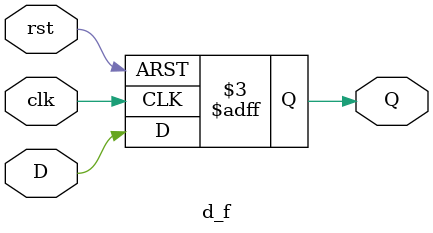
<source format=v>
`timescale 1ns / 1ps
module d_f(Q,D,clk,rst);
input D,clk,rst;
output reg Q;
always @(posedge clk or posedge rst)
begin
if(rst==1'b1)
Q <= 1'b0;
else
Q <= D;
end
endmodule

</source>
